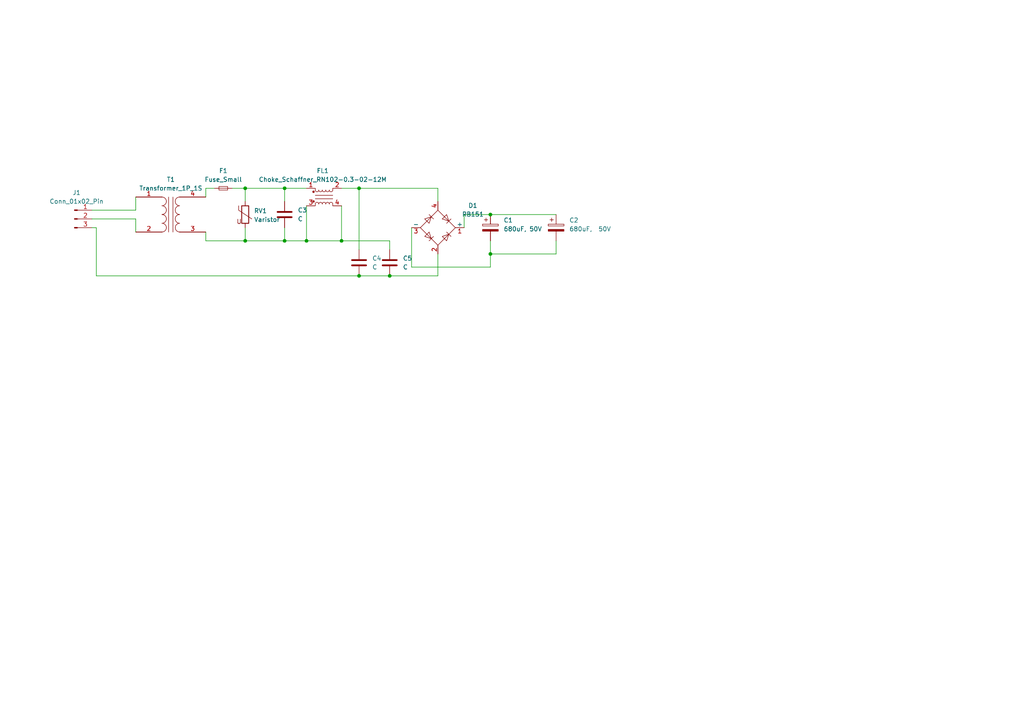
<source format=kicad_sch>
(kicad_sch (version 20231120) (generator "eeschema") (generator_version "8.0")
  (paper "A4")
  (lib_symbols
    (symbol "Connector:Conn_01x03_Pin" (pin_names (offset 1.016) hide)
      (property "Reference" "J" (at 0 5.08 0))
      (property "Value" "Conn_01x03_Pin" (at 0 -5.08 0))
      (symbol "Conn_01x03_Pin_1_1"
        (polyline (pts (xy 1.27 -2.54) (xy 0.8636 -2.54)) (stroke (width 0.1524)))
        (polyline (pts (xy 1.27 0) (xy 0.8636 0)) (stroke (width 0.1524)))
        (polyline (pts (xy 1.27 2.54) (xy 0.8636 2.54)) (stroke (width 0.1524)))
        (rectangle (start 0.8636 -2.413) (end 0 -2.667) (stroke (width 0.1524)) (fill (type outline)))
        (rectangle (start 0.8636 0.127) (end 0 -0.127) (stroke (width 0.1524)) (fill (type outline)))
        (rectangle (start 0.8636 2.667) (end 0 2.413) (stroke (width 0.1524)) (fill (type outline)))
        (pin passive line (at 5.08 2.54 180) (length 3.81) (name "Pin_1") (number "1"))
        (pin passive line (at 5.08 0 180) (length 3.81) (name "Pin_2") (number "2"))
        (pin passive line (at 5.08 -2.54 180) (length 3.81) (name "Pin_3") (number "3"))
      )
    )
    (symbol "Device:C" (pin_numbers hide) (pin_names (offset 0.254))
      (property "Reference" "C" (at 0.635 2.54 0))
      (property "Value" "C" (at 0.635 -2.54 0))
      (symbol "C_0_1"
        (polyline (pts (xy -2.032 -0.762) (xy 2.032 -0.762)) (stroke (width 0.508)))
        (polyline (pts (xy -2.032 0.762) (xy 2.032 0.762)) (stroke (width 0.508)))
      )
      (symbol "C_1_1"
        (pin passive line (at 0 3.81 270) (length 2.794) (name "~") (number "1"))
        (pin passive line (at 0 -3.81 90) (length 2.794) (name "~") (number "2"))
      )
    )
    (symbol "Device:C_Polarized" (pin_numbers hide) (pin_names (offset 0.254))
      (property "Reference" "C" (at 0.635 2.54 0))
      (property "Value" "C_Polarized" (at 0.635 -2.54 0))
      (symbol "C_Polarized_0_1"
        (rectangle (start -2.286 0.508) (end 2.286 1.016))
        (polyline (pts (xy -1.778 2.286) (xy -0.762 2.286)))
        (polyline (pts (xy -1.27 2.794) (xy -1.27 1.778)))
        (rectangle (start 2.286 -0.508) (end -2.286 -1.016) (fill (type outline)))
      )
      (symbol "C_Polarized_1_1"
        (pin passive line (at 0 3.81 270) (length 2.794) (name "~") (number "1"))
        (pin passive line (at 0 -3.81 90) (length 2.794) (name "~") (number "2"))
      )
    )
    (symbol "Device:Fuse_Small" (pin_numbers hide) (pin_names (offset 0.254) hide)
      (property "Reference" "F" (at 0 -1.524 0))
      (property "Value" "Fuse_Small" (at 0 1.524 0))
      (symbol "Fuse_Small_0_1"
        (rectangle (start -1.27 0.508) (end 1.27 -0.508))
        (polyline (pts (xy -1.27 0) (xy 1.27 0)))
      )
      (symbol "Fuse_Small_1_1"
        (pin passive line (at -2.54 0 0) (length 1.27) (name "~") (number "1"))
        (pin passive line (at 2.54 0 180) (length 1.27) (name "~") (number "2"))
      )
    )
    (symbol "Device:Transformer_1P_1S" (pin_names (offset 1.016) hide)
      (property "Reference" "T" (at 0 6.35 0))
      (property "Value" "Transformer_1P_1S" (at 0 -7.62 0))
      (symbol "Transformer_1P_1S_0_1"
        (arc (start -2.54 -5.0546) (mid -1.6599 -4.6901) (end -1.27 -3.81))
        (arc (start -2.54 -2.5146) (mid -1.6599 -2.1501) (end -1.27 -1.27))
        (arc (start -2.54 0.0254) (mid -1.6599 0.3899) (end -1.27 1.27))
        (arc (start -2.54 2.5654) (mid -1.6599 2.9299) (end -1.27 3.81))
        (arc (start -1.27 -3.81) (mid -1.642 -2.912) (end -2.54 -2.54))
        (arc (start -1.27 -1.27) (mid -1.642 -0.372) (end -2.54 0))
        (arc (start -1.27 1.27) (mid -1.642 2.168) (end -2.54 2.54))
        (arc (start -1.27 3.81) (mid -1.642 4.708) (end -2.54 5.08))
        (polyline (pts (xy -0.635 5.08) (xy -0.635 -5.08)))
        (polyline (pts (xy 0.635 -5.08) (xy 0.635 5.08)))
        (arc (start 1.2954 -1.27) (mid 1.6599 -2.1501) (end 2.54 -2.5146))
        (arc (start 1.2954 1.27) (mid 1.6599 0.3899) (end 2.54 0.0254))
        (arc (start 1.2954 3.81) (mid 1.6599 2.9299) (end 2.54 2.5654))
        (arc (start 1.3208 -3.81) (mid 1.6853 -4.6901) (end 2.5654 -5.0546))
        (arc (start 2.54 0) (mid 1.642 -0.372) (end 1.2954 -1.27))
        (arc (start 2.54 2.54) (mid 1.642 2.168) (end 1.2954 1.27))
        (arc (start 2.54 5.08) (mid 1.642 4.708) (end 1.2954 3.81))
        (arc (start 2.5654 -2.54) (mid 1.6674 -2.912) (end 1.3208 -3.81))
      )
      (symbol "Transformer_1P_1S_1_1"
        (pin passive line (at -10.16 5.08 0) (length 7.62) (name "AA") (number "1"))
        (pin passive line (at -10.16 -5.08 0) (length 7.62) (name "AB") (number "2"))
        (pin passive line (at 10.16 -5.08 180) (length 7.62) (name "SA") (number "3"))
        (pin passive line (at 10.16 5.08 180) (length 7.62) (name "SB") (number "4"))
      )
    )
    (symbol "Device:Varistor" (pin_numbers hide) (pin_names (offset 0))
      (property "Reference" "RV" (at 3.175 0 90))
      (property "Value" "Varistor" (at -3.175 0 90))
      (symbol "Varistor_0_0"
        (text "U" (at -1.778 -2.032 0) (effects (font (size 1.27 1.27))))
      )
      (symbol "Varistor_0_1"
        (rectangle (start -1.016 -2.54) (end 1.016 2.54) (stroke (width 0.254)))
        (polyline (pts (xy -1.905 2.54) (xy -1.905 1.27) (xy 1.905 -1.27)))
      )
      (symbol "Varistor_1_1"
        (pin passive line (at 0 3.81 270) (length 1.27) (name "~") (number "1"))
        (pin passive line (at 0 -3.81 90) (length 1.27) (name "~") (number "2"))
      )
    )
    (symbol "Diode_Bridge:RB151" (pin_names (offset 0))
      (property "Reference" "D" (at 2.54 6.985 0))
      (property "Value" "RB151" (at 2.54 5.08 0))
      (symbol "RB151_0_1"
        (polyline (pts (xy -2.54 3.81) (xy -1.27 2.54)))
        (polyline (pts (xy -1.27 -2.54) (xy -2.54 -3.81)))
        (polyline (pts (xy 2.54 -1.27) (xy 3.81 -2.54)))
        (polyline (pts (xy 2.54 1.27) (xy 3.81 2.54)))
        (polyline (pts (xy -3.81 2.54) (xy -2.54 1.27) (xy -1.905 3.175) (xy -3.81 2.54)))
        (polyline (pts (xy -2.54 -1.27) (xy -3.81 -2.54) (xy -1.905 -3.175) (xy -2.54 -1.27)))
        (polyline (pts (xy 1.27 2.54) (xy 2.54 3.81) (xy 3.175 1.905) (xy 1.27 2.54)))
        (polyline (pts (xy 3.175 -1.905) (xy 1.27 -2.54) (xy 2.54 -3.81) (xy 3.175 -1.905)))
        (polyline (pts (xy -5.08 0) (xy 0 -5.08) (xy 5.08 0) (xy 0 5.08) (xy -5.08 0)))
      )
      (symbol "RB151_1_1"
        (pin passive line (at 7.62 0 180) (length 2.54) (name "+") (number "1"))
        (pin passive line (at 0 -7.62 90) (length 2.54) (name "~") (number "2"))
        (pin passive line (at -7.62 0 0) (length 2.54) (name "-") (number "3"))
        (pin passive line (at 0 7.62 270) (length 2.54) (name "~") (number "4"))
      )
    )
    (symbol "Filter:Choke_Schaffner_RN102-0.3-02-12M" (pin_names hide)
      (property "Reference" "FL" (at 0 5.08 0))
      (property "Value" "Choke_Schaffner_RN102-0.3-02-12M" (at 0 -5.08 0))
      (symbol "Choke_Schaffner_RN102-0.3-02-12M_1_1"
        (circle (center -3.048 -1.27) (radius 0.254) (fill (type outline)))
        (circle (center -3.048 1.524) (radius 0.254) (fill (type outline)))
        (arc (start -2.54 2.032) (mid -2.032 1.5262) (end -1.524 2.032))
        (arc (start -1.524 -2.032) (mid -2.032 -1.5262) (end -2.54 -2.032))
        (arc (start -1.524 2.032) (mid -1.016 1.5262) (end -0.508 2.032))
        (arc (start -0.508 -2.032) (mid -1.016 -1.5262) (end -1.524 -2.032))
        (arc (start -0.508 2.032) (mid 0 1.5262) (end 0.508 2.032))
        (polyline (pts (xy -2.54 -2.032) (xy -2.54 -2.54)))
        (polyline (pts (xy -2.54 0.508) (xy 2.54 0.508)))
        (polyline (pts (xy -2.54 2.032) (xy -2.54 2.54)))
        (polyline (pts (xy 2.54 -2.032) (xy 2.54 -2.54)))
        (polyline (pts (xy 2.54 -0.508) (xy -2.54 -0.508)))
        (polyline (pts (xy 2.54 2.54) (xy 2.54 2.032)))
        (arc (start 0.508 -2.032) (mid 0 -1.5262) (end -0.508 -2.032))
        (arc (start 0.508 2.032) (mid 1.016 1.5262) (end 1.524 2.032))
        (arc (start 1.524 -2.032) (mid 1.016 -1.5262) (end 0.508 -2.032))
        (arc (start 1.524 2.032) (mid 2.032 1.5262) (end 2.54 2.032))
        (arc (start 2.54 -2.032) (mid 2.032 -1.5262) (end 1.524 -2.032))
        (pin passive line (at -5.08 2.54 0) (length 2.54) (name "1") (number "1"))
        (pin passive line (at 5.08 2.54 180) (length 2.54) (name "2") (number "2"))
        (pin passive line (at -5.08 -2.54 0) (length 2.54) (name "3") (number "3"))
        (pin passive line (at 5.08 -2.54 180) (length 2.54) (name "4") (number "4"))
      )
    )
  )
  (junction (at 104.14 80.01))
  (junction (at 71.12 54.61))
  (junction (at 104.14 54.61))
  (junction (at 142.24 73.66))
  (junction (at 142.24 62.23))
  (junction (at 99.06 69.85))
  (junction (at 71.12 69.85))
  (junction (at 88.9 69.85))
  (junction (at 113.03 80.01))
  (junction (at 82.55 69.85))
  (junction (at 82.55 54.61))
  (wire (pts (xy 27.94 80.01) (xy 27.94 66.04)))
  (wire (pts (xy 39.37 63.5) (xy 39.37 67.31)))
  (wire (pts (xy 26.67 63.5) (xy 39.37 63.5)))
  (wire (pts (xy 99.06 54.61) (xy 104.14 54.61)))
  (wire (pts (xy 142.24 77.47) (xy 142.24 73.66)))
  (wire (pts (xy 119.38 77.47) (xy 142.24 77.47)))
  (wire (pts (xy 26.67 60.96) (xy 39.37 60.96)))
  (wire (pts (xy 71.12 54.61) (xy 82.55 54.61)))
  (wire (pts (xy 27.94 66.04) (xy 26.67 66.04)))
  (wire (pts (xy 82.55 54.61) (xy 88.9 54.61)))
  (wire (pts (xy 71.12 69.85) (xy 82.55 69.85)))
  (wire (pts (xy 67.31 54.61) (xy 71.12 54.61)))
  (wire (pts (xy 99.06 59.69) (xy 99.06 69.85)))
  (wire (pts (xy 113.03 72.39) (xy 113.03 69.85)))
  (wire (pts (xy 134.62 66.04) (xy 134.62 62.23)))
  (wire (pts (xy 39.37 60.96) (xy 39.37 57.15)))
  (wire (pts (xy 59.69 54.61) (xy 62.23 54.61)))
  (wire (pts (xy 99.06 69.85) (xy 88.9 69.85)))
  (wire (pts (xy 161.29 69.85) (xy 161.29 73.66)))
  (wire (pts (xy 161.29 73.66) (xy 142.24 73.66)))
  (wire (pts (xy 59.69 57.15) (xy 59.69 54.61)))
  (wire (pts (xy 104.14 54.61) (xy 104.14 72.39)))
  (wire (pts (xy 119.38 66.04) (xy 119.38 77.47)))
  (wire (pts (xy 113.03 69.85) (xy 99.06 69.85)))
  (wire (pts (xy 127 80.01) (xy 113.03 80.01)))
  (wire (pts (xy 59.69 69.85) (xy 71.12 69.85)))
  (wire (pts (xy 127 58.42) (xy 127 54.61)))
  (wire (pts (xy 82.55 54.61) (xy 82.55 58.42)))
  (wire (pts (xy 71.12 54.61) (xy 71.12 58.42)))
  (wire (pts (xy 82.55 69.85) (xy 82.55 66.04)))
  (wire (pts (xy 104.14 80.01) (xy 27.94 80.01)))
  (wire (pts (xy 127 73.66) (xy 127 80.01)))
  (wire (pts (xy 71.12 66.04) (xy 71.12 69.85)))
  (wire (pts (xy 134.62 62.23) (xy 142.24 62.23)))
  (wire (pts (xy 127 54.61) (xy 104.14 54.61)))
  (wire (pts (xy 142.24 62.23) (xy 161.29 62.23)))
  (wire (pts (xy 142.24 73.66) (xy 142.24 69.85)))
  (wire (pts (xy 88.9 69.85) (xy 82.55 69.85)))
  (wire (pts (xy 59.69 67.31) (xy 59.69 69.85)))
  (wire (pts (xy 88.9 59.69) (xy 88.9 69.85)))
  (wire (pts (xy 104.14 80.01) (xy 113.03 80.01)))
  (symbol (lib_id "Device:Transformer_1P_1S") (at 49.53 62.23 0) (unit 1)
    (property "Reference" "T1" (at 49.5427 52.07 0))
    (property "Value" "Transformer_1P_1S" (at 49.5427 54.61 0))
    (property "Description" "Transformer, single primary, single secondary" (effects (hide yes)))
  )
  (symbol (lib_id "Device:C_Polarized") (at 161.29 66.04 0) (unit 1)
    (property "Reference" "C2" (at 165.1 63.8809 0) (effects (justify left)))
    (property "Value" "680uF,  50V" (at 165.1 66.4209 0) (effects (justify left)))
    (property "Description" "Polarized capacitor" (effects (hide yes)))
  )
  (symbol (lib_id "Device:C") (at 113.03 76.2 0) (unit 1)
    (property "Reference" "C5" (at 116.84 74.9299 0) (effects (justify left)))
    (property "Value" "C" (at 116.84 77.4699 0) (effects (justify left)))
    (property "Description" "Unpolarized capacitor" (effects (hide yes)))
  )
  (symbol (lib_id "Device:C") (at 104.14 76.2 0) (unit 1)
    (property "Reference" "C4" (at 107.95 74.9299 0) (effects (justify left)))
    (property "Value" "C" (at 107.95 77.4699 0) (effects (justify left)))
    (property "Description" "Unpolarized capacitor" (effects (hide yes)))
  )
  (symbol (lib_id "Device:C") (at 82.55 62.23 0) (unit 1)
    (property "Reference" "C3" (at 86.36 60.9599 0) (effects (justify left)))
    (property "Value" "C" (at 86.36 63.4999 0) (effects (justify left)))
    (property "Description" "Unpolarized capacitor" (effects (hide yes)))
  )
  (symbol (lib_id "Filter:Choke_Schaffner_RN102-0.3-02-12M") (at 93.98 57.15 0) (unit 1)
    (property "Reference" "FL1" (at 93.599 49.53 0))
    (property "Value" "Choke_Schaffner_RN102-0.3-02-12M" (at 93.599 52.07 0))
    (property "Footprint" "Inductor_THT:Choke_Schaffner_RN102-04-14.0x14.0mm" (effects (hide yes)))
    (property "Datasheet" "https://www.schaffner.com/products/download/product/datasheet/rn-series-common-mode-chokes-new/" (effects (hide yes)))
    (property "Description" "Common mode choke, 300mA, 300VAC, 12mH, 1.1 ohm, RN-102" (effects (hide yes)))
  )
  (symbol (lib_id "Diode_Bridge:RB151") (at 127 66.04 0) (unit 1)
    (property "Reference" "D1" (at 137.16 59.6198 0))
    (property "Value" "RB151" (at 137.16 62.1598 0))
    (property "Footprint" "Diode_THT:Diode_Bridge_Round_D9.0mm" (effects (hide yes)))
    (property "Datasheet" "https://www.rectron.com/public/product_datasheets/rb151-rb157.pdf" (effects (hide yes)))
    (property "Description" "Single-Phase Bridge Rectifier, 35V Vrms, 1.5A If, WOG-like package" (effects (hide yes)))
  )
  (symbol (lib_id "Device:C_Polarized") (at 142.24 66.04 0) (unit 1)
    (property "Reference" "C1" (at 146.05 63.8809 0) (effects (justify left)))
    (property "Value" "680uF, 50V" (at 146.05 66.4209 0) (effects (justify left)))
    (property "Description" "Polarized capacitor" (effects (hide yes)))
  )
  (symbol (lib_id "Connector:Conn_01x03_Pin") (at 21.59 63.5 0) (unit 1)
    (property "Reference" "J1" (at 22.225 55.88 0))
    (property "Value" "Conn_01x02_Pin" (at 22.225 58.42 0))
    (property "Description" "Generic connector, single row, 01x03, script generated" (effects (hide yes)))
  )
  (symbol (lib_id "Device:Varistor") (at 71.12 62.23 0) (unit 1)
    (property "Reference" "RV1" (at 73.66 61.1532 0) (effects (justify left)))
    (property "Value" "Varistor" (at 73.66 63.6932 0) (effects (justify left)))
    (property "Description" "Voltage dependent resistor" (effects (hide yes)))
    (property "Sim.Name" "kicad_builtin_varistor" (effects (hide yes)))
    (property "Sim.Device" "SUBCKT" (effects (hide yes)))
    (property "Sim.Pins" "1=A 2=B" (effects (hide yes)))
    (property "Sim.Params" "threshold=1k" (effects (hide yes)))
    (property "Sim.Library" "${KICAD7_SYMBOL_DIR}/Simulation_SPICE.sp" (effects (hide yes)))
  )
  (symbol (lib_id "Device:Fuse_Small") (at 64.77 54.61 0) (unit 1)
    (property "Reference" "F1" (at 64.77 49.53 0))
    (property "Value" "Fuse_Small" (at 64.77 52.07 0))
    (property "Description" "Fuse, small symbol" (effects (hide yes)))
  )
)
</source>
